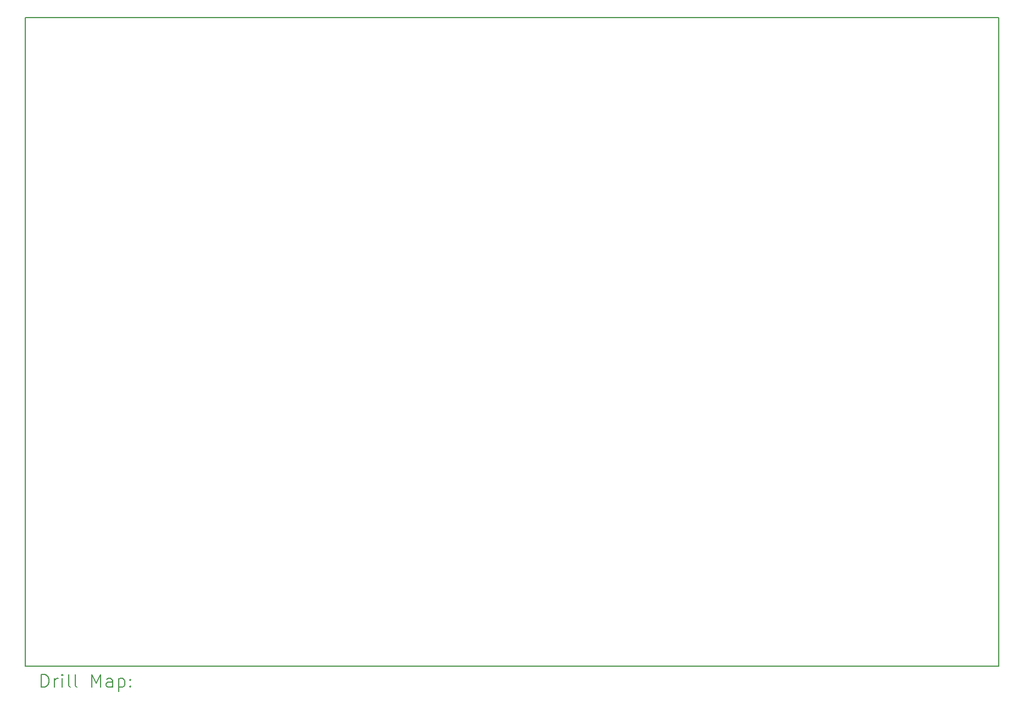
<source format=gbr>
%TF.GenerationSoftware,KiCad,Pcbnew,7.0.5*%
%TF.CreationDate,2023-09-18T02:09:04-06:00*%
%TF.ProjectId,mainPCB,6d61696e-5043-4422-9e6b-696361645f70,rev?*%
%TF.SameCoordinates,Original*%
%TF.FileFunction,Drillmap*%
%TF.FilePolarity,Positive*%
%FSLAX45Y45*%
G04 Gerber Fmt 4.5, Leading zero omitted, Abs format (unit mm)*
G04 Created by KiCad (PCBNEW 7.0.5) date 2023-09-18 02:09:04*
%MOMM*%
%LPD*%
G01*
G04 APERTURE LIST*
%ADD10C,0.200000*%
G04 APERTURE END LIST*
D10*
X21539000Y-5280000D02*
X6539000Y-5280000D01*
X6539000Y-15280000D01*
X21539000Y-15280000D01*
X21539000Y-5280000D01*
X6789777Y-15601484D02*
X6789777Y-15401484D01*
X6789777Y-15401484D02*
X6837396Y-15401484D01*
X6837396Y-15401484D02*
X6865967Y-15411008D01*
X6865967Y-15411008D02*
X6885015Y-15430055D01*
X6885015Y-15430055D02*
X6894539Y-15449103D01*
X6894539Y-15449103D02*
X6904062Y-15487198D01*
X6904062Y-15487198D02*
X6904062Y-15515769D01*
X6904062Y-15515769D02*
X6894539Y-15553865D01*
X6894539Y-15553865D02*
X6885015Y-15572912D01*
X6885015Y-15572912D02*
X6865967Y-15591960D01*
X6865967Y-15591960D02*
X6837396Y-15601484D01*
X6837396Y-15601484D02*
X6789777Y-15601484D01*
X6989777Y-15601484D02*
X6989777Y-15468150D01*
X6989777Y-15506246D02*
X6999301Y-15487198D01*
X6999301Y-15487198D02*
X7008824Y-15477674D01*
X7008824Y-15477674D02*
X7027872Y-15468150D01*
X7027872Y-15468150D02*
X7046920Y-15468150D01*
X7113586Y-15601484D02*
X7113586Y-15468150D01*
X7113586Y-15401484D02*
X7104062Y-15411008D01*
X7104062Y-15411008D02*
X7113586Y-15420531D01*
X7113586Y-15420531D02*
X7123110Y-15411008D01*
X7123110Y-15411008D02*
X7113586Y-15401484D01*
X7113586Y-15401484D02*
X7113586Y-15420531D01*
X7237396Y-15601484D02*
X7218348Y-15591960D01*
X7218348Y-15591960D02*
X7208824Y-15572912D01*
X7208824Y-15572912D02*
X7208824Y-15401484D01*
X7342158Y-15601484D02*
X7323110Y-15591960D01*
X7323110Y-15591960D02*
X7313586Y-15572912D01*
X7313586Y-15572912D02*
X7313586Y-15401484D01*
X7570729Y-15601484D02*
X7570729Y-15401484D01*
X7570729Y-15401484D02*
X7637396Y-15544341D01*
X7637396Y-15544341D02*
X7704062Y-15401484D01*
X7704062Y-15401484D02*
X7704062Y-15601484D01*
X7885015Y-15601484D02*
X7885015Y-15496722D01*
X7885015Y-15496722D02*
X7875491Y-15477674D01*
X7875491Y-15477674D02*
X7856443Y-15468150D01*
X7856443Y-15468150D02*
X7818348Y-15468150D01*
X7818348Y-15468150D02*
X7799301Y-15477674D01*
X7885015Y-15591960D02*
X7865967Y-15601484D01*
X7865967Y-15601484D02*
X7818348Y-15601484D01*
X7818348Y-15601484D02*
X7799301Y-15591960D01*
X7799301Y-15591960D02*
X7789777Y-15572912D01*
X7789777Y-15572912D02*
X7789777Y-15553865D01*
X7789777Y-15553865D02*
X7799301Y-15534817D01*
X7799301Y-15534817D02*
X7818348Y-15525293D01*
X7818348Y-15525293D02*
X7865967Y-15525293D01*
X7865967Y-15525293D02*
X7885015Y-15515769D01*
X7980253Y-15468150D02*
X7980253Y-15668150D01*
X7980253Y-15477674D02*
X7999301Y-15468150D01*
X7999301Y-15468150D02*
X8037396Y-15468150D01*
X8037396Y-15468150D02*
X8056443Y-15477674D01*
X8056443Y-15477674D02*
X8065967Y-15487198D01*
X8065967Y-15487198D02*
X8075491Y-15506246D01*
X8075491Y-15506246D02*
X8075491Y-15563388D01*
X8075491Y-15563388D02*
X8065967Y-15582436D01*
X8065967Y-15582436D02*
X8056443Y-15591960D01*
X8056443Y-15591960D02*
X8037396Y-15601484D01*
X8037396Y-15601484D02*
X7999301Y-15601484D01*
X7999301Y-15601484D02*
X7980253Y-15591960D01*
X8161205Y-15582436D02*
X8170729Y-15591960D01*
X8170729Y-15591960D02*
X8161205Y-15601484D01*
X8161205Y-15601484D02*
X8151682Y-15591960D01*
X8151682Y-15591960D02*
X8161205Y-15582436D01*
X8161205Y-15582436D02*
X8161205Y-15601484D01*
X8161205Y-15477674D02*
X8170729Y-15487198D01*
X8170729Y-15487198D02*
X8161205Y-15496722D01*
X8161205Y-15496722D02*
X8151682Y-15487198D01*
X8151682Y-15487198D02*
X8161205Y-15477674D01*
X8161205Y-15477674D02*
X8161205Y-15496722D01*
M02*

</source>
